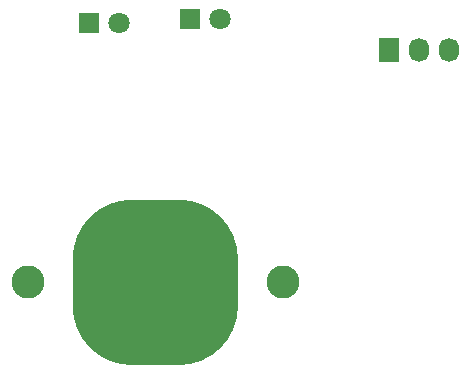
<source format=gbr>
%TF.GenerationSoftware,KiCad,Pcbnew,(5.1.8-0-10_14)*%
%TF.CreationDate,2021-10-17T14:40:20-04:00*%
%TF.ProjectId,WingedA,57696e67-6564-4412-9e6b-696361645f70,rev?*%
%TF.SameCoordinates,Original*%
%TF.FileFunction,Soldermask,Bot*%
%TF.FilePolarity,Negative*%
%FSLAX46Y46*%
G04 Gerber Fmt 4.6, Leading zero omitted, Abs format (unit mm)*
G04 Created by KiCad (PCBNEW (5.1.8-0-10_14)) date 2021-10-17 14:40:20*
%MOMM*%
%LPD*%
G01*
G04 APERTURE LIST*
%ADD10C,2.800000*%
%ADD11C,1.800000*%
%ADD12R,1.800000X1.800000*%
%ADD13O,1.727200X2.032000*%
%ADD14R,1.727200X2.032000*%
G04 APERTURE END LIST*
%TO.C,BT1*%
G36*
G01*
X108227100Y-75139300D02*
X108227100Y-71139300D01*
G75*
G02*
X113227100Y-66139300I5000000J0D01*
G01*
X117227100Y-66139300D01*
G75*
G02*
X122227100Y-71139300I0J-5000000D01*
G01*
X122227100Y-75139300D01*
G75*
G02*
X117227100Y-80139300I-5000000J0D01*
G01*
X113227100Y-80139300D01*
G75*
G02*
X108227100Y-75139300I0J5000000D01*
G01*
G37*
D10*
X104427100Y-73139300D03*
X126027100Y-73139300D03*
%TD*%
D11*
%TO.C,D1*%
X112191800Y-51181000D03*
D12*
X109651800Y-51181000D03*
%TD*%
%TO.C,D2*%
X118198900Y-50863500D03*
D11*
X120738900Y-50863500D03*
%TD*%
D13*
%TO.C,SW1*%
X140119100Y-53441600D03*
X137579100Y-53441600D03*
D14*
X135039100Y-53441600D03*
%TD*%
M02*

</source>
